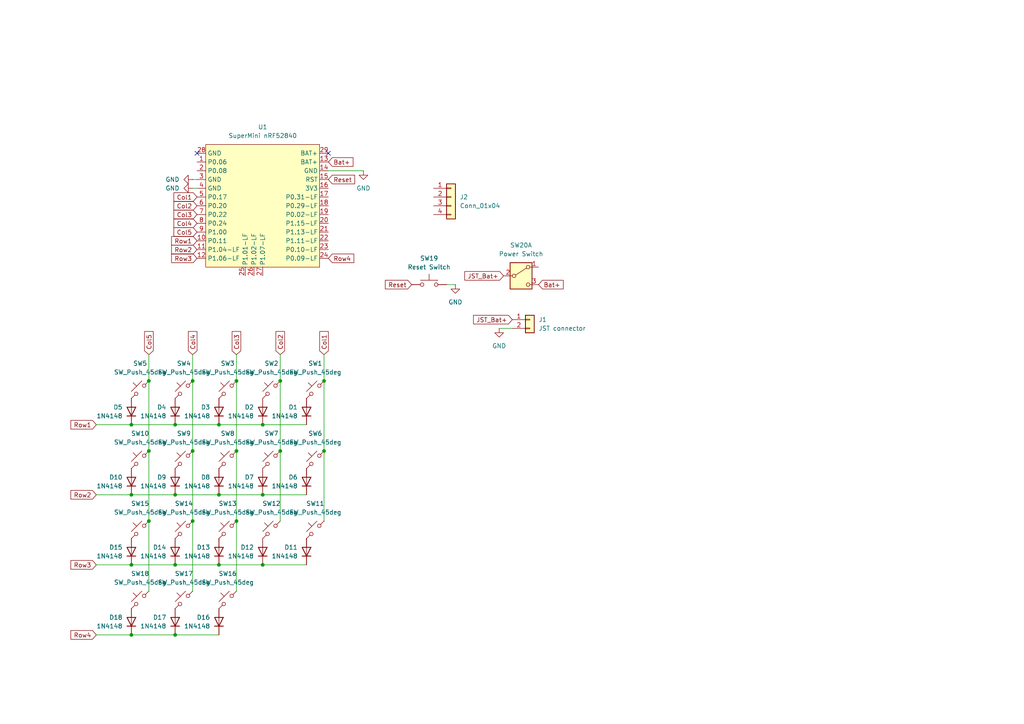
<source format=kicad_sch>
(kicad_sch (version 20250114) (generator "eeschema") (generator_version "9.0")
  (paper "A4")
  (lib_symbols
    (symbol "Connector_Generic:Conn_01x02" (pin_names (offset 1.016) (hide yes))
      (property "Reference" "J" (at 0 2.54 0))
      (property "Value" "Conn_01x02" (at 0 -5.08 0))
      (symbol "Conn_01x02_1_1"
        (rectangle (start -1.27 1.27) (end 1.27 -3.81) (stroke (width 0.254)) (fill (type background)))
        (rectangle (start -1.27 0.127) (end 0 -0.127) (stroke (width 0.1524)))
        (rectangle (start -1.27 -2.413) (end 0 -2.667) (stroke (width 0.1524)))
        (pin passive line (at -5.08 0 0) (length 3.81) (name "Pin_1") (number "1"))
        (pin passive line (at -5.08 -2.54 0) (length 3.81) (name "Pin_2") (number "2"))
      )
    )
    (symbol "Connector_Generic:Conn_01x04" (pin_names (offset 1.016) (hide yes))
      (property "Reference" "J" (at 0 5.08 0))
      (property "Value" "Conn_01x04" (at 0 -7.62 0))
      (symbol "Conn_01x04_1_1"
        (rectangle (start -1.27 3.81) (end 1.27 -6.35) (stroke (width 0.254)) (fill (type background)))
        (rectangle (start -1.27 2.667) (end 0 2.413) (stroke (width 0.1524)))
        (rectangle (start -1.27 0.127) (end 0 -0.127) (stroke (width 0.1524)))
        (rectangle (start -1.27 -2.413) (end 0 -2.667) (stroke (width 0.1524)))
        (rectangle (start -1.27 -4.953) (end 0 -5.207) (stroke (width 0.1524)))
        (pin passive line (at -5.08 2.54 0) (length 3.81) (name "Pin_1") (number "1"))
        (pin passive line (at -5.08 0 0) (length 3.81) (name "Pin_2") (number "2"))
        (pin passive line (at -5.08 -2.54 0) (length 3.81) (name "Pin_3") (number "3"))
        (pin passive line (at -5.08 -5.08 0) (length 3.81) (name "Pin_4") (number "4"))
      )
    )
    (symbol "Diode:1N4148" (pin_numbers (hide yes)) (pin_names (hide yes))
      (property "Reference" "D" (at 0 2.54 0))
      (property "Value" "1N4148" (at 0 -2.54 0))
      (symbol "1N4148_0_1"
        (polyline (pts (xy -1.27 1.27) (xy -1.27 -1.27)) (stroke (width 0.254)))
        (polyline (pts (xy 1.27 1.27) (xy 1.27 -1.27) (xy -1.27 0) (xy 1.27 1.27)) (stroke (width 0.254)))
        (polyline (pts (xy 1.27 0) (xy -1.27 0)))
      )
      (symbol "1N4148_1_1"
        (pin passive line (at -3.81 0 0) (length 2.54) (name "K") (number "1"))
        (pin passive line (at 3.81 0 180) (length 2.54) (name "A") (number "2"))
      )
    )
    (symbol "PCM_marbastlib-promicroish:SuperMini_nRF52840" (in_bom no)
      (property "Reference" "U" (at 0 22.86 0))
      (property "Value" "SuperMini nRF52840" (at 0 20.32 0))
      (symbol "SuperMini_nRF52840_0_0"
        (pin bidirectional line (at -19.05 13.97 0) (length 2.54) (name "P0.06") (number "1"))
        (pin bidirectional line (at -19.05 11.43 0) (length 2.54) (name "P0.08") (number "2"))
        (pin power_out line (at -19.05 8.89 0) (length 2.54) (name "GND") (number "3"))
        (pin power_out line (at -19.05 6.35 0) (length 2.54) (name "GND") (number "4"))
        (pin bidirectional line (at -19.05 3.81 0) (length 2.54) (name "P0.17") (number "5"))
        (pin bidirectional line (at -19.05 1.27 0) (length 2.54) (name "P0.20") (number "6"))
        (pin bidirectional line (at -19.05 -1.27 0) (length 2.54) (name "P0.22") (number "7"))
        (pin bidirectional line (at -19.05 -3.81 0) (length 2.54) (name "P0.24") (number "8"))
        (pin bidirectional line (at -19.05 -6.35 0) (length 2.54) (name "P1.00") (number "9"))
        (pin bidirectional line (at -19.05 -8.89 0) (length 2.54) (name "P0.11") (number "10"))
        (pin bidirectional line (at -19.05 -11.43 0) (length 2.54) (name "P1.04-LF") (number "11"))
        (pin bidirectional line (at -19.05 -13.97 0) (length 2.54) (name "P1.06-LF") (number "12"))
        (pin power_out line (at 19.05 11.43 180) (length 2.54) (name "GND") (number "14"))
        (pin bidirectional line (at 19.05 8.89 180) (length 2.54) (name "RST") (number "15"))
        (pin bidirectional line (at 19.05 3.81 180) (length 2.54) (name "P0.31-LF") (number "17"))
        (pin bidirectional line (at 19.05 1.27 180) (length 2.54) (name "P0.29-LF") (number "18"))
        (pin bidirectional line (at 19.05 -1.27 180) (length 2.54) (name "P0.02-LF") (number "19"))
        (pin bidirectional line (at 19.05 -3.81 180) (length 2.54) (name "P1.15-LF") (number "20"))
        (pin bidirectional line (at 19.05 -6.35 180) (length 2.54) (name "P1.13-LF") (number "21"))
        (pin bidirectional line (at 19.05 -8.89 180) (length 2.54) (name "P1.11-LF") (number "22"))
        (pin bidirectional line (at 19.05 -13.97 180) (length 2.54) (name "P0.09-LF") (number "24"))
      )
      (symbol "SuperMini_nRF52840_1_0"
        (pin power_out line (at -19.05 16.51 0) (length 2.54) (name "GND") (number "28"))
        (pin bidirectional line (at -5.08 -19.05 90) (length 2.54) (name "P1.01-LF") (number "25"))
        (pin bidirectional line (at -2.54 -19.05 90) (length 2.54) (name "P1.02-LF") (number "26"))
        (pin bidirectional line (at 0 -19.05 90) (length 2.54) (name "P1.07-LF") (number "27"))
        (pin power_out line (at 19.05 16.51 180) (length 2.54) (name "BAT+") (number "29"))
        (pin power_out line (at 19.05 13.97 180) (length 2.54) (name "BAT+") (number "13"))
        (pin power_out line (at 19.05 6.35 180) (length 2.54) (name "3V3") (number "16"))
        (pin bidirectional line (at 19.05 -11.43 180) (length 2.54) (name "P0.10-LF") (number "23"))
      )
      (symbol "SuperMini_nRF52840_1_1"
        (rectangle (start -16.51 19.05) (end 16.51 -16.51) (fill (type background)))
      )
    )
    (symbol "Switch:SW_DPDT_x2" (pin_names (offset 0) (hide yes))
      (property "Reference" "SW" (at 0 5.08 0))
      (property "Value" "SW_DPDT_x2" (at 0 -5.08 0))
      (symbol "SW_DPDT_x2_0_0"
        (circle (center -2.032 0) (radius 0.508))
        (circle (center 2.032 -2.54) (radius 0.508))
      )
      (symbol "SW_DPDT_x2_0_1"
        (rectangle (start -3.175 3.81) (end 3.175 -3.81) (stroke (width 0.254)) (fill (type background)))
        (polyline (pts (xy -1.524 0.254) (xy 1.5748 2.286)))
        (circle (center 2.032 2.54) (radius 0.508))
      )
      (symbol "SW_DPDT_x2_1_1"
        (pin passive line (at -5.08 0 0) (length 2.54) (name "B") (number "2"))
        (pin passive line (at 5.08 2.54 180) (length 2.54) (name "A") (number "1"))
        (pin passive line (at 5.08 -2.54 180) (length 2.54) (name "C") (number "3"))
      )
      (symbol "SW_DPDT_x2_2_1"
        (pin passive line (at -5.08 0 0) (length 2.54) (name "B") (number "5"))
        (pin passive line (at 5.08 2.54 180) (length 2.54) (name "A") (number "4"))
        (pin passive line (at 5.08 -2.54 180) (length 2.54) (name "C") (number "6"))
      )
    )
    (symbol "Switch:SW_Push" (pin_numbers (hide yes)) (pin_names (offset 1.016) (hide yes))
      (property "Reference" "SW" (at 1.27 2.54 0))
      (property "Value" "SW_Push" (at 0 -1.524 0))
      (symbol "SW_Push_0_1"
        (circle (center -2.032 0) (radius 0.508))
        (polyline (pts (xy 0 1.27) (xy 0 3.048)))
        (circle (center 2.032 0) (radius 0.508))
        (polyline (pts (xy 2.54 1.27) (xy -2.54 1.27)))
        (pin passive line (at -5.08 0 0) (length 2.54) (name "1") (number "1"))
        (pin passive line (at 5.08 0 180) (length 2.54) (name "2") (number "2"))
      )
    )
    (symbol "Switch:SW_Push_45deg" (pin_numbers (hide yes)) (pin_names (offset 1.016) (hide yes))
      (property "Reference" "SW" (at 3.048 1.016 0))
      (property "Value" "SW_Push_45deg" (at 0 -3.81 0))
      (symbol "SW_Push_45deg_0_1"
        (polyline (pts (xy -2.54 2.54) (xy -1.524 1.524) (xy -1.524 1.524)))
        (circle (center -1.1684 1.1684) (radius 0.508))
        (polyline (pts (xy -0.508 2.54) (xy 2.54 -0.508)))
        (polyline (pts (xy 1.016 1.016) (xy 2.032 2.032)))
        (circle (center 1.143 -1.1938) (radius 0.508))
        (polyline (pts (xy 1.524 -1.524) (xy 2.54 -2.54) (xy 2.54 -2.54) (xy 2.54 -2.54)))
        (pin passive line (at -2.54 2.54 0) (length 0) (name "1") (number "1"))
        (pin passive line (at 2.54 -2.54 180) (length 0) (name "2") (number "2"))
      )
    )
    (symbol "power:GND" (power) (pin_numbers (hide yes)) (pin_names (offset 0) (hide yes))
      (property "Value" "GND" (at 0 -3.81 0))
      (symbol "GND_0_1"
        (polyline (pts (xy 0 0) (xy 0 -1.27) (xy 1.27 -1.27) (xy 0 -2.54) (xy -1.27 -1.27) (xy 0 -1.27)))
      )
      (symbol "GND_1_1"
        (pin power_in line (at 0 0 270) (length 0) (name "~") (number "1"))
      )
    )
  )
  (junction (at 76.2 143.51))
  (junction (at 38.1 143.51))
  (junction (at 68.58 130.81))
  (junction (at 50.8 123.19))
  (junction (at 55.88 110.49))
  (junction (at 68.58 110.49))
  (junction (at 63.5 123.19))
  (junction (at 76.2 123.19))
  (junction (at 63.5 143.51))
  (junction (at 55.88 151.13))
  (junction (at 81.28 130.81))
  (junction (at 93.98 130.81))
  (junction (at 50.8 143.51))
  (junction (at 43.18 130.81))
  (junction (at 68.58 151.13))
  (junction (at 38.1 123.19))
  (junction (at 93.98 110.49))
  (junction (at 43.18 151.13))
  (junction (at 55.88 130.81))
  (junction (at 76.2 163.83))
  (junction (at 50.8 184.15))
  (junction (at 38.1 163.83))
  (junction (at 63.5 163.83))
  (junction (at 50.8 163.83))
  (junction (at 38.1 184.15))
  (junction (at 43.18 110.49))
  (junction (at 81.28 110.49))
  (no_connect (at 57.15 44.45))
  (no_connect (at 95.25 44.45))
  (wire (pts (xy 76.2 123.19) (xy 63.5 123.19)))
  (wire (pts (xy 93.98 130.81) (xy 93.98 151.13)))
  (wire (pts (xy 81.28 110.49) (xy 81.28 130.81)))
  (wire (pts (xy 43.18 130.81) (xy 43.18 151.13)))
  (wire (pts (xy 88.9 143.51) (xy 76.2 143.51)))
  (wire (pts (xy 38.1 184.15) (xy 27.94 184.15)))
  (wire (pts (xy 81.28 102.87) (xy 81.28 110.49)))
  (wire (pts (xy 63.5 163.83) (xy 50.8 163.83)))
  (wire (pts (xy 55.88 151.13) (xy 55.88 171.45)))
  (wire (pts (xy 43.18 102.87) (xy 43.18 110.49)))
  (wire (pts (xy 63.5 143.51) (xy 50.8 143.51)))
  (wire (pts (xy 88.9 123.19) (xy 76.2 123.19)))
  (wire (pts (xy 27.94 123.19) (xy 38.1 123.19)))
  (wire (pts (xy 76.2 143.51) (xy 63.5 143.51)))
  (wire (pts (xy 144.78 95.25) (xy 148.59 95.25)))
  (wire (pts (xy 129.54 82.55) (xy 132.08 82.55)))
  (wire (pts (xy 68.58 151.13) (xy 68.58 171.45)))
  (wire (pts (xy 93.98 110.49) (xy 93.98 130.81)))
  (wire (pts (xy 43.18 151.13) (xy 43.18 171.45)))
  (wire (pts (xy 76.2 163.83) (xy 63.5 163.83)))
  (wire (pts (xy 55.88 130.81) (xy 55.88 151.13)))
  (wire (pts (xy 63.5 184.15) (xy 50.8 184.15)))
  (wire (pts (xy 63.5 123.19) (xy 50.8 123.19)))
  (wire (pts (xy 55.88 54.61) (xy 57.15 54.61)))
  (wire (pts (xy 55.88 110.49) (xy 55.88 130.81)))
  (wire (pts (xy 93.98 102.87) (xy 93.98 110.49)))
  (wire (pts (xy 55.88 102.87) (xy 55.88 110.49)))
  (wire (pts (xy 68.58 102.87) (xy 68.58 110.49)))
  (wire (pts (xy 38.1 163.83) (xy 27.94 163.83)))
  (wire (pts (xy 50.8 184.15) (xy 38.1 184.15)))
  (wire (pts (xy 81.28 130.81) (xy 81.28 151.13)))
  (wire (pts (xy 50.8 163.83) (xy 38.1 163.83)))
  (wire (pts (xy 27.94 143.51) (xy 38.1 143.51)))
  (wire (pts (xy 55.88 52.07) (xy 57.15 52.07)))
  (wire (pts (xy 88.9 163.83) (xy 76.2 163.83)))
  (wire (pts (xy 43.18 110.49) (xy 43.18 130.81)))
  (wire (pts (xy 95.25 49.53) (xy 105.41 49.53)))
  (wire (pts (xy 50.8 143.51) (xy 38.1 143.51)))
  (wire (pts (xy 68.58 130.81) (xy 68.58 151.13)))
  (wire (pts (xy 68.58 110.49) (xy 68.58 130.81)))
  (wire (pts (xy 50.8 123.19) (xy 38.1 123.19)))
  (global_label "Row4" (shape input) (at 27.94 184.15 180) (property "Intersheetrefs" "${INTERSHEET_REFS}" (effects (hide yes))))
  (global_label "Row3" (shape input) (at 27.94 163.83 180) (property "Intersheetrefs" "${INTERSHEET_REFS}" (effects (hide yes))))
  (global_label "Reset" (shape input) (at 119.38 82.55 180) (property "Intersheetrefs" "${INTERSHEET_REFS}" (effects (hide yes))))
  (global_label "JST_Bat+" (shape input) (at 146.05 80.01 180) (property "Intersheetrefs" "${INTERSHEET_REFS}" (effects (hide yes))))
  (global_label "Col3" (shape input) (at 57.15 62.23 180) (property "Intersheetrefs" "${INTERSHEET_REFS}" (effects (hide yes))))
  (global_label "Row2" (shape input) (at 57.15 72.39 180) (property "Intersheetrefs" "${INTERSHEET_REFS}" (effects (hide yes))))
  (global_label "Col4" (shape input) (at 55.88 102.87 90) (property "Intersheetrefs" "${INTERSHEET_REFS}" (effects (hide yes))))
  (global_label "Row3" (shape input) (at 57.15 74.93 180) (property "Intersheetrefs" "${INTERSHEET_REFS}" (effects (hide yes))))
  (global_label "Col1" (shape input) (at 93.98 102.87 90) (property "Intersheetrefs" "${INTERSHEET_REFS}" (effects (hide yes))))
  (global_label "Row2" (shape input) (at 27.94 143.51 180) (property "Intersheetrefs" "${INTERSHEET_REFS}" (effects (hide yes))))
  (global_label "Reset" (shape input) (at 95.25 52.07 0) (property "Intersheetrefs" "${INTERSHEET_REFS}" (effects (hide yes))))
  (global_label "Row4" (shape input) (at 95.25 74.93 0) (property "Intersheetrefs" "${INTERSHEET_REFS}" (effects (hide yes))))
  (global_label "Bat+" (shape input) (at 95.25 46.99 0) (property "Intersheetrefs" "${INTERSHEET_REFS}" (effects (hide yes))))
  (global_label "Row1" (shape input) (at 57.15 69.85 180) (property "Intersheetrefs" "${INTERSHEET_REFS}" (effects (hide yes))))
  (global_label "Col1" (shape input) (at 57.15 57.15 180) (property "Intersheetrefs" "${INTERSHEET_REFS}" (effects (hide yes))))
  (global_label "Col4" (shape input) (at 57.15 64.77 180) (property "Intersheetrefs" "${INTERSHEET_REFS}" (effects (hide yes))))
  (global_label "Col3" (shape input) (at 68.58 102.87 90) (property "Intersheetrefs" "${INTERSHEET_REFS}" (effects (hide yes))))
  (global_label "Col5" (shape input) (at 43.18 102.87 90) (property "Intersheetrefs" "${INTERSHEET_REFS}" (effects (hide yes))))
  (global_label "Col2" (shape input) (at 57.15 59.69 180) (property "Intersheetrefs" "${INTERSHEET_REFS}" (effects (hide yes))))
  (global_label "Row1" (shape input) (at 27.94 123.19 180) (property "Intersheetrefs" "${INTERSHEET_REFS}" (effects (hide yes))))
  (global_label "Bat+" (shape input) (at 156.21 82.55 0) (property "Intersheetrefs" "${INTERSHEET_REFS}" (effects (hide yes))))
  (global_label "Col5" (shape input) (at 57.15 67.31 180) (property "Intersheetrefs" "${INTERSHEET_REFS}" (effects (hide yes))))
  (global_label "Col2" (shape input) (at 81.28 102.87 90) (property "Intersheetrefs" "${INTERSHEET_REFS}" (effects (hide yes))))
  (global_label "JST_Bat+" (shape input) (at 148.59 92.71 180) (property "Intersheetrefs" "${INTERSHEET_REFS}" (effects (hide yes))))
  (symbol (lib_id "PCM_marbastlib-promicroish:SuperMini_nRF52840") (at 76.2 60.96 0) (unit 1) (in_bom no)
    (property "Reference" "U1" (at 76.2 36.83 0))
    (property "Value" "SuperMini nRF52840" (at 76.2 39.37 0))
    (property "Footprint" "KiCAD_Stuff:ProMicro_jumpable" (effects (hide yes)))
    (property "Datasheet" "https://wiki.icbbuy.com/doku.php?id=developmentboard:nrf52840" (effects (hide yes)))
    (property "Description" "Symbol for an nicekeyboards nice!nano" (effects (hide yes)))
  )
  (symbol (lib_id "Switch:SW_Push_45deg") (at 66.04 113.03 0) (mirror y) (unit 1)
    (property "Reference" "SW3" (at 66.04 105.41 0))
    (property "Value" "SW_Push_45deg" (at 66.04 107.95 0))
    (property "Description" "Push button switch, normally open, two pins, 45° tilted" (effects (hide yes)))
  )
  (symbol (lib_id "Diode:1N4148") (at 88.9 119.38 270) (mirror x) (unit 1)
    (property "Reference" "D1" (at 86.36 118.1099 90) (effects (justify right)))
    (property "Value" "1N4148" (at 86.36 120.6499 90) (effects (justify right)))
    (property "Footprint" "Diode_THT:D_DO-35_SOD27_P7.62mm_Horizontal" (effects (hide yes)))
    (property "Datasheet" "https://assets.nexperia.com/documents/data-sheet/1N4148_1N4448.pdf" (effects (hide yes)))
    (property "Description" "100V 0.15A standard switching diode, DO-35" (effects (hide yes)))
    (property "Sim.Device" "D" (effects (hide yes)))
    (property "Sim.Pins" "1=K 2=A" (effects (hide yes)))
  )
  (symbol (lib_id "Diode:1N4148") (at 76.2 160.02 270) (mirror x) (unit 1)
    (property "Reference" "D12" (at 73.66 158.7499 90) (effects (justify right)))
    (property "Value" "1N4148" (at 73.66 161.2899 90) (effects (justify right)))
    (property "Footprint" "Diode_THT:D_DO-35_SOD27_P7.62mm_Horizontal" (effects (hide yes)))
    (property "Datasheet" "https://assets.nexperia.com/documents/data-sheet/1N4148_1N4448.pdf" (effects (hide yes)))
    (property "Description" "100V 0.15A standard switching diode, DO-35" (effects (hide yes)))
    (property "Sim.Device" "D" (effects (hide yes)))
    (property "Sim.Pins" "1=K 2=A" (effects (hide yes)))
  )
  (symbol (lib_id "Diode:1N4148") (at 88.9 160.02 270) (mirror x) (unit 1)
    (property "Reference" "D11" (at 86.36 158.7499 90) (effects (justify right)))
    (property "Value" "1N4148" (at 86.36 161.2899 90) (effects (justify right)))
    (property "Footprint" "Diode_THT:D_DO-35_SOD27_P7.62mm_Horizontal" (effects (hide yes)))
    (property "Datasheet" "https://assets.nexperia.com/documents/data-sheet/1N4148_1N4448.pdf" (effects (hide yes)))
    (property "Description" "100V 0.15A standard switching diode, DO-35" (effects (hide yes)))
    (property "Sim.Device" "D" (effects (hide yes)))
    (property "Sim.Pins" "1=K 2=A" (effects (hide yes)))
  )
  (symbol (lib_id "Switch:SW_Push") (at 124.46 82.55 0) (unit 1)
    (property "Reference" "SW19" (at 124.46 74.93 0))
    (property "Value" "Reset Switch" (at 124.46 77.47 0))
    (property "Description" "Push button switch, generic, two pins" (effects (hide yes)))
  )
  (symbol (lib_id "Switch:SW_Push_45deg") (at 53.34 113.03 0) (mirror y) (unit 1)
    (property "Reference" "SW4" (at 53.34 105.41 0))
    (property "Value" "SW_Push_45deg" (at 53.34 107.95 0))
    (property "Description" "Push button switch, normally open, two pins, 45° tilted" (effects (hide yes)))
  )
  (symbol (lib_id "Switch:SW_Push_45deg") (at 78.74 133.35 0) (mirror y) (unit 1)
    (property "Reference" "SW7" (at 78.74 125.73 0))
    (property "Value" "SW_Push_45deg" (at 78.74 128.27 0))
    (property "Description" "Push button switch, normally open, two pins, 45° tilted" (effects (hide yes)))
  )
  (symbol (lib_id "Diode:1N4148") (at 50.8 160.02 270) (mirror x) (unit 1)
    (property "Reference" "D14" (at 48.26 158.7499 90) (effects (justify right)))
    (property "Value" "1N4148" (at 48.26 161.2899 90) (effects (justify right)))
    (property "Footprint" "Diode_THT:D_DO-35_SOD27_P7.62mm_Horizontal" (effects (hide yes)))
    (property "Datasheet" "https://assets.nexperia.com/documents/data-sheet/1N4148_1N4448.pdf" (effects (hide yes)))
    (property "Description" "100V 0.15A standard switching diode, DO-35" (effects (hide yes)))
    (property "Sim.Device" "D" (effects (hide yes)))
    (property "Sim.Pins" "1=K 2=A" (effects (hide yes)))
  )
  (symbol (lib_id "Diode:1N4148") (at 63.5 180.34 270) (mirror x) (unit 1)
    (property "Reference" "D16" (at 60.96 179.0699 90) (effects (justify right)))
    (property "Value" "1N4148" (at 60.96 181.6099 90) (effects (justify right)))
    (property "Footprint" "Diode_THT:D_DO-35_SOD27_P7.62mm_Horizontal" (effects (hide yes)))
    (property "Datasheet" "https://assets.nexperia.com/documents/data-sheet/1N4148_1N4448.pdf" (effects (hide yes)))
    (property "Description" "100V 0.15A standard switching diode, DO-35" (effects (hide yes)))
    (property "Sim.Device" "D" (effects (hide yes)))
    (property "Sim.Pins" "1=K 2=A" (effects (hide yes)))
  )
  (symbol (lib_id "Switch:SW_Push_45deg") (at 91.44 113.03 0) (mirror y) (unit 1)
    (property "Reference" "SW1" (at 91.44 105.41 0))
    (property "Value" "SW_Push_45deg" (at 91.44 107.95 0))
    (property "Description" "Push button switch, normally open, two pins, 45° tilted" (effects (hide yes)))
  )
  (symbol (lib_id "Connector_Generic:Conn_01x02") (at 153.67 92.71 0) (unit 1)
    (property "Reference" "J1" (at 156.21 92.7099 0) (effects (justify left)))
    (property "Value" "JST connector" (at 156.21 95.2499 0) (effects (justify left)))
    (property "Description" "Generic connector, single row, 01x02, script generated (kicad-library-utils/schlib/autogen/connector/)" (effects (hide yes)))
  )
  (symbol (lib_id "Switch:SW_Push_45deg") (at 53.34 153.67 0) (mirror y) (unit 1)
    (property "Reference" "SW14" (at 53.34 146.05 0))
    (property "Value" "SW_Push_45deg" (at 53.34 148.59 0))
    (property "Description" "Push button switch, normally open, two pins, 45° tilted" (effects (hide yes)))
  )
  (symbol (lib_id "Diode:1N4148") (at 38.1 119.38 270) (mirror x) (unit 1)
    (property "Reference" "D5" (at 35.56 118.1099 90) (effects (justify right)))
    (property "Value" "1N4148" (at 35.56 120.6499 90) (effects (justify right)))
    (property "Footprint" "Diode_THT:D_DO-35_SOD27_P7.62mm_Horizontal" (effects (hide yes)))
    (property "Datasheet" "https://assets.nexperia.com/documents/data-sheet/1N4148_1N4448.pdf" (effects (hide yes)))
    (property "Description" "100V 0.15A standard switching diode, DO-35" (effects (hide yes)))
    (property "Sim.Device" "D" (effects (hide yes)))
    (property "Sim.Pins" "1=K 2=A" (effects (hide yes)))
  )
  (symbol (lib_id "Switch:SW_Push_45deg") (at 40.64 133.35 0) (mirror y) (unit 1)
    (property "Reference" "SW10" (at 40.64 125.73 0))
    (property "Value" "SW_Push_45deg" (at 40.64 128.27 0))
    (property "Description" "Push button switch, normally open, two pins, 45° tilted" (effects (hide yes)))
  )
  (symbol (lib_id "Diode:1N4148") (at 76.2 119.38 270) (mirror x) (unit 1)
    (property "Reference" "D2" (at 73.66 118.1099 90) (effects (justify right)))
    (property "Value" "1N4148" (at 73.66 120.6499 90) (effects (justify right)))
    (property "Footprint" "Diode_THT:D_DO-35_SOD27_P7.62mm_Horizontal" (effects (hide yes)))
    (property "Datasheet" "https://assets.nexperia.com/documents/data-sheet/1N4148_1N4448.pdf" (effects (hide yes)))
    (property "Description" "100V 0.15A standard switching diode, DO-35" (effects (hide yes)))
    (property "Sim.Device" "D" (effects (hide yes)))
    (property "Sim.Pins" "1=K 2=A" (effects (hide yes)))
  )
  (symbol (lib_id "Switch:SW_Push_45deg") (at 53.34 133.35 0) (mirror y) (unit 1)
    (property "Reference" "SW9" (at 53.34 125.73 0))
    (property "Value" "SW_Push_45deg" (at 53.34 128.27 0))
    (property "Description" "Push button switch, normally open, two pins, 45° tilted" (effects (hide yes)))
  )
  (symbol (lib_id "Diode:1N4148") (at 63.5 139.7 270) (mirror x) (unit 1)
    (property "Reference" "D8" (at 60.96 138.4299 90) (effects (justify right)))
    (property "Value" "1N4148" (at 60.96 140.9699 90) (effects (justify right)))
    (property "Footprint" "Diode_THT:D_DO-35_SOD27_P7.62mm_Horizontal" (effects (hide yes)))
    (property "Datasheet" "https://assets.nexperia.com/documents/data-sheet/1N4148_1N4448.pdf" (effects (hide yes)))
    (property "Description" "100V 0.15A standard switching diode, DO-35" (effects (hide yes)))
    (property "Sim.Device" "D" (effects (hide yes)))
    (property "Sim.Pins" "1=K 2=A" (effects (hide yes)))
  )
  (symbol (lib_id "power:GND") (at 144.78 95.25 0) (unit 1)
    (property "Reference" "#PWR02" (effects (hide yes)))
    (property "Value" "GND" (at 144.78 100.33 0))
    (property "Description" "Power symbol creates a global label with name \"GND\" , ground" (effects (hide yes)))
  )
  (symbol (lib_id "Switch:SW_Push_45deg") (at 66.04 133.35 0) (mirror y) (unit 1)
    (property "Reference" "SW8" (at 66.04 125.73 0))
    (property "Value" "SW_Push_45deg" (at 66.04 128.27 0))
    (property "Description" "Push button switch, normally open, two pins, 45° tilted" (effects (hide yes)))
  )
  (symbol (lib_id "power:GND") (at 55.88 54.61 270) (unit 1)
    (property "Reference" "#PWR04" (effects (hide yes)))
    (property "Value" "GND" (at 52.07 54.6099 90) (effects (justify right)))
    (property "Description" "Power symbol creates a global label with name \"GND\" , ground" (effects (hide yes)))
  )
  (symbol (lib_id "Switch:SW_Push_45deg") (at 66.04 173.99 0) (mirror y) (unit 1)
    (property "Reference" "SW16" (at 66.04 166.37 0))
    (property "Value" "SW_Push_45deg" (at 66.04 168.91 0))
    (property "Description" "Push button switch, normally open, two pins, 45° tilted" (effects (hide yes)))
  )
  (symbol (lib_id "Switch:SW_DPDT_x2") (at 151.13 80.01 0) (unit 1)
    (property "Reference" "SW20" (at 151.13 71.12 0))
    (property "Value" "Power Switch" (at 151.13 73.66 0))
    (property "Footprint" "PCM_marbastlib-various:SW_MSK12C02-HB" (effects (hide yes)))
    (property "Description" "Switch, dual pole double throw, separate symbols" (effects (hide yes)))
  )
  (symbol (lib_id "Switch:SW_Push_45deg") (at 53.34 173.99 0) (mirror y) (unit 1)
    (property "Reference" "SW17" (at 53.34 166.37 0))
    (property "Value" "SW_Push_45deg" (at 53.34 168.91 0))
    (property "Description" "Push button switch, normally open, two pins, 45° tilted" (effects (hide yes)))
  )
  (symbol (lib_id "Switch:SW_Push_45deg") (at 40.64 113.03 0) (mirror y) (unit 1)
    (property "Reference" "SW5" (at 40.64 105.41 0))
    (property "Value" "SW_Push_45deg" (at 40.64 107.95 0))
    (property "Description" "Push button switch, normally open, two pins, 45° tilted" (effects (hide yes)))
  )
  (symbol (lib_id "Diode:1N4148") (at 50.8 119.38 270) (mirror x) (unit 1)
    (property "Reference" "D4" (at 48.26 118.1099 90) (effects (justify right)))
    (property "Value" "1N4148" (at 48.26 120.6499 90) (effects (justify right)))
    (property "Footprint" "Diode_THT:D_DO-35_SOD27_P7.62mm_Horizontal" (effects (hide yes)))
    (property "Datasheet" "https://assets.nexperia.com/documents/data-sheet/1N4148_1N4448.pdf" (effects (hide yes)))
    (property "Description" "100V 0.15A standard switching diode, DO-35" (effects (hide yes)))
    (property "Sim.Device" "D" (effects (hide yes)))
    (property "Sim.Pins" "1=K 2=A" (effects (hide yes)))
  )
  (symbol (lib_id "Diode:1N4148") (at 88.9 139.7 270) (mirror x) (unit 1)
    (property "Reference" "D6" (at 86.36 138.4299 90) (effects (justify right)))
    (property "Value" "1N4148" (at 86.36 140.9699 90) (effects (justify right)))
    (property "Footprint" "Diode_THT:D_DO-35_SOD27_P7.62mm_Horizontal" (effects (hide yes)))
    (property "Datasheet" "https://assets.nexperia.com/documents/data-sheet/1N4148_1N4448.pdf" (effects (hide yes)))
    (property "Description" "100V 0.15A standard switching diode, DO-35" (effects (hide yes)))
    (property "Sim.Device" "D" (effects (hide yes)))
    (property "Sim.Pins" "1=K 2=A" (effects (hide yes)))
  )
  (symbol (lib_id "Switch:SW_Push_45deg") (at 91.44 153.67 0) (mirror y) (unit 1)
    (property "Reference" "SW11" (at 91.44 146.05 0))
    (property "Value" "SW_Push_45deg" (at 91.44 148.59 0))
    (property "Description" "Push button switch, normally open, two pins, 45° tilted" (effects (hide yes)))
  )
  (symbol (lib_id "Switch:SW_Push_45deg") (at 78.74 153.67 0) (mirror y) (unit 1)
    (property "Reference" "SW12" (at 78.74 146.05 0))
    (property "Value" "SW_Push_45deg" (at 78.74 148.59 0))
    (property "Description" "Push button switch, normally open, two pins, 45° tilted" (effects (hide yes)))
  )
  (symbol (lib_id "Diode:1N4148") (at 50.8 139.7 270) (mirror x) (unit 1)
    (property "Reference" "D9" (at 48.26 138.4299 90) (effects (justify right)))
    (property "Value" "1N4148" (at 48.26 140.9699 90) (effects (justify right)))
    (property "Footprint" "Diode_THT:D_DO-35_SOD27_P7.62mm_Horizontal" (effects (hide yes)))
    (property "Datasheet" "https://assets.nexperia.com/documents/data-sheet/1N4148_1N4448.pdf" (effects (hide yes)))
    (property "Description" "100V 0.15A standard switching diode, DO-35" (effects (hide yes)))
    (property "Sim.Device" "D" (effects (hide yes)))
    (property "Sim.Pins" "1=K 2=A" (effects (hide yes)))
  )
  (symbol (lib_id "Diode:1N4148") (at 38.1 139.7 270) (mirror x) (unit 1)
    (property "Reference" "D10" (at 35.56 138.4299 90) (effects (justify right)))
    (property "Value" "1N4148" (at 35.56 140.9699 90) (effects (justify right)))
    (property "Footprint" "Diode_THT:D_DO-35_SOD27_P7.62mm_Horizontal" (effects (hide yes)))
    (property "Datasheet" "https://assets.nexperia.com/documents/data-sheet/1N4148_1N4448.pdf" (effects (hide yes)))
    (property "Description" "100V 0.15A standard switching diode, DO-35" (effects (hide yes)))
    (property "Sim.Device" "D" (effects (hide yes)))
    (property "Sim.Pins" "1=K 2=A" (effects (hide yes)))
  )
  (symbol (lib_id "Connector_Generic:Conn_01x04") (at 130.81 57.15 0) (unit 1)
    (property "Reference" "J2" (at 133.35 57.1499 0) (effects (justify left)))
    (property "Value" "Conn_01x04" (at 133.35 59.6899 0) (effects (justify left)))
    (property "Description" "Generic connector, single row, 01x04, script generated (kicad-library-utils/schlib/autogen/connector/)" (effects (hide yes)))
  )
  (symbol (lib_id "Diode:1N4148") (at 76.2 139.7 270) (mirror x) (unit 1)
    (property "Reference" "D7" (at 73.66 138.4299 90) (effects (justify right)))
    (property "Value" "1N4148" (at 73.66 140.9699 90) (effects (justify right)))
    (property "Footprint" "Diode_THT:D_DO-35_SOD27_P7.62mm_Horizontal" (effects (hide yes)))
    (property "Datasheet" "https://assets.nexperia.com/documents/data-sheet/1N4148_1N4448.pdf" (effects (hide yes)))
    (property "Description" "100V 0.15A standard switching diode, DO-35" (effects (hide yes)))
    (property "Sim.Device" "D" (effects (hide yes)))
    (property "Sim.Pins" "1=K 2=A" (effects (hide yes)))
  )
  (symbol (lib_id "Switch:SW_Push_45deg") (at 91.44 133.35 0) (mirror y) (unit 1)
    (property "Reference" "SW6" (at 91.44 125.73 0))
    (property "Value" "SW_Push_45deg" (at 91.44 128.27 0))
    (property "Description" "Push button switch, normally open, two pins, 45° tilted" (effects (hide yes)))
  )
  (symbol (lib_id "Switch:SW_Push_45deg") (at 40.64 173.99 0) (mirror y) (unit 1)
    (property "Reference" "SW18" (at 40.64 166.37 0))
    (property "Value" "SW_Push_45deg" (at 40.64 168.91 0))
    (property "Description" "Push button switch, normally open, two pins, 45° tilted" (effects (hide yes)))
  )
  (symbol (lib_id "Switch:SW_Push_45deg") (at 40.64 153.67 0) (mirror y) (unit 1)
    (property "Reference" "SW15" (at 40.64 146.05 0))
    (property "Value" "SW_Push_45deg" (at 40.64 148.59 0))
    (property "Description" "Push button switch, normally open, two pins, 45° tilted" (effects (hide yes)))
  )
  (symbol (lib_id "Diode:1N4148") (at 38.1 160.02 270) (mirror x) (unit 1)
    (property "Reference" "D15" (at 35.56 158.7499 90) (effects (justify right)))
    (property "Value" "1N4148" (at 35.56 161.2899 90) (effects (justify right)))
    (property "Footprint" "Diode_THT:D_DO-35_SOD27_P7.62mm_Horizontal" (effects (hide yes)))
    (property "Datasheet" "https://assets.nexperia.com/documents/data-sheet/1N4148_1N4448.pdf" (effects (hide yes)))
    (property "Description" "100V 0.15A standard switching diode, DO-35" (effects (hide yes)))
    (property "Sim.Device" "D" (effects (hide yes)))
    (property "Sim.Pins" "1=K 2=A" (effects (hide yes)))
  )
  (symbol (lib_id "power:GND") (at 105.41 49.53 0) (unit 1)
    (property "Reference" "#PWR03" (effects (hide yes)))
    (property "Value" "GND" (at 105.41 54.61 0))
    (property "Description" "Power symbol creates a global label with name \"GND\" , ground" (effects (hide yes)))
  )
  (symbol (lib_id "Diode:1N4148") (at 50.8 180.34 270) (mirror x) (unit 1)
    (property "Reference" "D17" (at 48.26 179.0699 90) (effects (justify right)))
    (property "Value" "1N4148" (at 48.26 181.6099 90) (effects (justify right)))
    (property "Footprint" "Diode_THT:D_DO-35_SOD27_P7.62mm_Horizontal" (effects (hide yes)))
    (property "Datasheet" "https://assets.nexperia.com/documents/data-sheet/1N4148_1N4448.pdf" (effects (hide yes)))
    (property "Description" "100V 0.15A standard switching diode, DO-35" (effects (hide yes)))
    (property "Sim.Device" "D" (effects (hide yes)))
    (property "Sim.Pins" "1=K 2=A" (effects (hide yes)))
  )
  (symbol (lib_id "Diode:1N4148") (at 63.5 160.02 270) (mirror x) (unit 1)
    (property "Reference" "D13" (at 60.96 158.7499 90) (effects (justify right)))
    (property "Value" "1N4148" (at 60.96 161.2899 90) (effects (justify right)))
    (property "Footprint" "Diode_THT:D_DO-35_SOD27_P7.62mm_Horizontal" (effects (hide yes)))
    (property "Datasheet" "https://assets.nexperia.com/documents/data-sheet/1N4148_1N4448.pdf" (effects (hide yes)))
    (property "Description" "100V 0.15A standard switching diode, DO-35" (effects (hide yes)))
    (property "Sim.Device" "D" (effects (hide yes)))
    (property "Sim.Pins" "1=K 2=A" (effects (hide yes)))
  )
  (symbol (lib_id "Switch:SW_Push_45deg") (at 78.74 113.03 0) (mirror y) (unit 1)
    (property "Reference" "SW2" (at 78.74 105.41 0))
    (property "Value" "SW_Push_45deg" (at 78.74 107.95 0))
    (property "Description" "Push button switch, normally open, two pins, 45° tilted" (effects (hide yes)))
  )
  (symbol (lib_id "power:GND") (at 55.88 52.07 270) (unit 1)
    (property "Reference" "#PWR05" (effects (hide yes)))
    (property "Value" "GND" (at 52.07 52.0699 90) (effects (justify right)))
    (property "Description" "Power symbol creates a global label with name \"GND\" , ground" (effects (hide yes)))
  )
  (symbol (lib_id "Diode:1N4148") (at 38.1 180.34 270) (mirror x) (unit 1)
    (property "Reference" "D18" (at 35.56 179.0699 90) (effects (justify right)))
    (property "Value" "1N4148" (at 35.56 181.6099 90) (effects (justify right)))
    (property "Footprint" "Diode_THT:D_DO-35_SOD27_P7.62mm_Horizontal" (effects (hide yes)))
    (property "Datasheet" "https://assets.nexperia.com/documents/data-sheet/1N4148_1N4448.pdf" (effects (hide yes)))
    (property "Description" "100V 0.15A standard switching diode, DO-35" (effects (hide yes)))
    (property "Sim.Device" "D" (effects (hide yes)))
    (property "Sim.Pins" "1=K 2=A" (effects (hide yes)))
  )
  (symbol (lib_id "Diode:1N4148") (at 63.5 119.38 270) (mirror x) (unit 1)
    (property "Reference" "D3" (at 60.96 118.1099 90) (effects (justify right)))
    (property "Value" "1N4148" (at 60.96 120.6499 90) (effects (justify right)))
    (property "Footprint" "Diode_THT:D_DO-35_SOD27_P7.62mm_Horizontal" (effects (hide yes)))
    (property "Datasheet" "https://assets.nexperia.com/documents/data-sheet/1N4148_1N4448.pdf" (effects (hide yes)))
    (property "Description" "100V 0.15A standard switching diode, DO-35" (effects (hide yes)))
    (property "Sim.Device" "D" (effects (hide yes)))
    (property "Sim.Pins" "1=K 2=A" (effects (hide yes)))
  )
  (symbol (lib_id "Switch:SW_Push_45deg") (at 66.04 153.67 0) (mirror y) (unit 1)
    (property "Reference" "SW13" (at 66.04 146.05 0))
    (property "Value" "SW_Push_45deg" (at 66.04 148.59 0))
    (property "Description" "Push button switch, normally open, two pins, 45° tilted" (effects (hide yes)))
  )
  (symbol (lib_id "power:GND") (at 132.08 82.55 0) (unit 1)
    (property "Reference" "#PWR01" (effects (hide yes)))
    (property "Value" "GND" (at 132.08 87.63 0))
    (property "Description" "Power symbol creates a global label with name \"GND\" , ground" (effects (hide yes)))
  )
)
</source>
